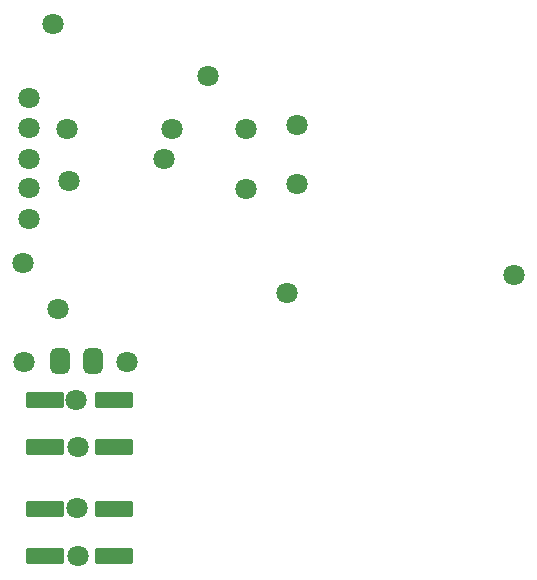
<source format=gbr>
%TF.GenerationSoftware,KiCad,Pcbnew,(6.0.1)*%
%TF.CreationDate,2022-02-20T06:36:07+01:00*%
%TF.ProjectId,OK,4f4b2e6b-6963-4616-945f-706362585858,rev?*%
%TF.SameCoordinates,Original*%
%TF.FileFunction,Soldermask,Bot*%
%TF.FilePolarity,Negative*%
%FSLAX46Y46*%
G04 Gerber Fmt 4.6, Leading zero omitted, Abs format (unit mm)*
G04 Created by KiCad (PCBNEW (6.0.1)) date 2022-02-20 06:36:07*
%MOMM*%
%LPD*%
G01*
G04 APERTURE LIST*
G04 Aperture macros list*
%AMRoundRect*
0 Rectangle with rounded corners*
0 $1 Rounding radius*
0 $2 $3 $4 $5 $6 $7 $8 $9 X,Y pos of 4 corners*
0 Add a 4 corners polygon primitive as box body*
4,1,4,$2,$3,$4,$5,$6,$7,$8,$9,$2,$3,0*
0 Add four circle primitives for the rounded corners*
1,1,$1+$1,$2,$3*
1,1,$1+$1,$4,$5*
1,1,$1+$1,$6,$7*
1,1,$1+$1,$8,$9*
0 Add four rect primitives between the rounded corners*
20,1,$1+$1,$2,$3,$4,$5,0*
20,1,$1+$1,$4,$5,$6,$7,0*
20,1,$1+$1,$6,$7,$8,$9,0*
20,1,$1+$1,$8,$9,$2,$3,0*%
G04 Aperture macros list end*
%ADD10C,1.800000*%
%ADD11RoundRect,0.200000X1.400000X0.500000X-1.400000X0.500000X-1.400000X-0.500000X1.400000X-0.500000X0*%
%ADD12RoundRect,0.450000X0.375000X0.625000X-0.375000X0.625000X-0.375000X-0.625000X0.375000X-0.625000X0*%
G04 APERTURE END LIST*
D10*
%TO.C,*%
X113600000Y-65990000D03*
%TD*%
%TO.C,*%
X105300000Y-53900000D03*
%TD*%
%TO.C,*%
X123650000Y-51350000D03*
%TD*%
%TO.C,*%
X109400000Y-73200000D03*
%TD*%
%TO.C,*%
X117350000Y-46250000D03*
%TD*%
%TO.C,*%
X120450000Y-41800000D03*
%TD*%
%TO.C,*%
X104850000Y-66050000D03*
%TD*%
%TO.C,*%
X123600000Y-46250000D03*
%TD*%
%TO.C,*%
X105300000Y-51300000D03*
%TD*%
%TO.C,*%
X128000000Y-45950000D03*
%TD*%
%TO.C,*%
X107700000Y-61550000D03*
%TD*%
%TO.C,*%
X107300000Y-37400000D03*
%TD*%
%TO.C,*%
X146300000Y-58650000D03*
%TD*%
%TO.C,*%
X127100000Y-60200000D03*
%TD*%
%TO.C,*%
X109350000Y-78400000D03*
%TD*%
%TO.C,*%
X108650000Y-50700000D03*
%TD*%
%TO.C,*%
X105300000Y-46200000D03*
%TD*%
%TO.C,*%
X105300000Y-48850000D03*
%TD*%
%TO.C,*%
X128000000Y-50950000D03*
%TD*%
%TO.C,*%
X105250000Y-43650000D03*
%TD*%
%TO.C,*%
X109450000Y-82400000D03*
%TD*%
%TO.C,*%
X116700000Y-48800000D03*
%TD*%
%TO.C,*%
X104796782Y-57644458D03*
%TD*%
%TO.C,*%
X108448630Y-46298630D03*
%TD*%
%TO.C,*%
X109250000Y-69200000D03*
%TD*%
D11*
%TO.C, *%
X112440000Y-73240000D03*
X106640000Y-69240000D03*
X106640000Y-73240000D03*
X112440000Y-69240000D03*
%TD*%
%TO.C, *%
X106640000Y-82470000D03*
X106640000Y-78470000D03*
X112440000Y-78470000D03*
X112440000Y-82470000D03*
%TD*%
D12*
%TO.C, *%
X110700000Y-65970000D03*
X107900000Y-65970000D03*
%TD*%
M02*

</source>
